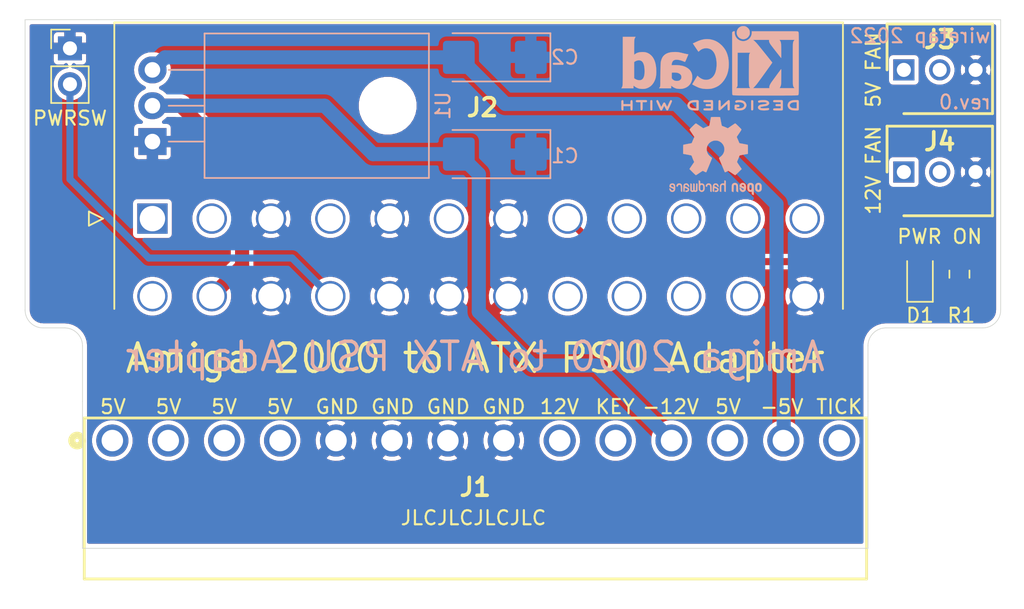
<source format=kicad_pcb>
(kicad_pcb (version 20171130) (host pcbnew "(5.1.6)-1")
  (layers (0 F.Cu signal) (1 In1.Cu power) (2 In2.Cu power) (31 B.Cu signal) (34 B.Paste user) (35 F.Paste user) (36 B.SilkS user) (37 F.SilkS user) (38 B.Mask user) (39 F.Mask user) (44 Edge.Cuts user))
  (net 0 "")
  (net 1 /GND)
  (net 2 /-12V)
  (net 3 /-5V)
  (net 4 "Net-(D1-Pad1)")
  (net 5 /PG)
  (net 6 "Net-(J1-Pad14)")
  (net 7 /5V)
  (net 8 "Net-(J1-Pad10)")
  (net 9 /12V)
  (net 10 /3.3V)
  (net 11 /5VSB)
  (net 12 /PS-ON)
  (net 13 "Net-(J2-Pad20)")
  (net 14 "Net-(J3-Pad1)")
  (net 15 "Net-(J4-Pad1)")
  (module Symbol:KiCad-Logo2_5mm_SilkScreen (layer B.Cu) (at 168.402 45.466 180)
    (fp_text reference REF** hide)
    (fp_text value KiCad-Logo2_5mm_SilkScreen hide)
  )
  (module Symbol:OSHW-Logo2_7.3x6mm_SilkScreen (layer B.Cu) (at 168.783 51.689 180)
    (fp_text reference REF** hide)
    (fp_text value OSHW-Logo2_7.3x6mm_SilkScreen hide)
  )
  (module Capacitor_Tantalum_SMD:CP_EIA-6032-28_Kemet-C_Pad2.25x2.35mm_HandSolder (layer B.Cu) (at 153.152 51.562 180)
    (fp_text reference C1 (at -4.963 -0.127) (layer B.SilkS) (effects (justify mirror)))
    (fp_text value 2.2uF)
    (pad 1 smd roundrect (at -2.55 0 180) (size 2.25 2.35) (layers B.Cu B.Paste B.Mask) (roundrect_rratio 0.111111) (net 1 /GND))
    (pad 2 smd roundrect (at 2.55 0 180) (size 2.25 2.35) (layers B.Cu B.Paste B.Mask) (roundrect_rratio 0.111111) (net 2 /-12V))
  )
  (module Capacitor_Tantalum_SMD:CP_EIA-6032-28_Kemet-C_Pad2.25x2.35mm_HandSolder (layer B.Cu) (at 153.152 44.704 180)
    (fp_text reference C2 (at -4.963 0) (layer B.SilkS) (effects (justify mirror)))
    (fp_text value 1uF)
    (pad 2 smd roundrect (at 2.55 0 180) (size 2.25 2.35) (layers B.Cu B.Paste B.Mask) (roundrect_rratio 0.111111) (net 3 /-5V))
    (pad 1 smd roundrect (at -2.55 0 180) (size 2.25 2.35) (layers B.Cu B.Paste B.Mask) (roundrect_rratio 0.111111) (net 1 /GND))
  )
  (module LED_SMD:LED_0805_2012Metric_Castellated (layer F.Cu) (at 183.261 60.1445 90)
    (fp_text reference D1 (at -2.8475 0 180) (layer F.SilkS))
    (fp_text value LED_Small_ALT)
    (pad 1 smd roundrect (at -0.9625 0 90) (size 1.325 1.3) (layers F.Cu F.Paste F.Mask) (roundrect_rratio 0.192308) (net 4 "Net-(D1-Pad1)"))
    (pad 2 smd roundrect (at 0.9625 0 90) (size 1.325 1.3) (layers F.Cu F.Paste F.Mask) (roundrect_rratio 0.192308) (net 5 /PG))
  )
  (module SamacSys_Parts:09481164 (layer F.Cu) (at 177.546 71.865001)
    (fp_text reference J1 (at -25.781 3.302) (layer F.SilkS) (effects (font (size 1.27 1.27) (thickness 0.254))))
    (fp_text value A2000 hide)
    (pad 14 thru_hole circle (at 0 0) (size 2.28 2.28) (drill 1.52) (layers *.Cu *.Mask) (net 6 "Net-(J1-Pad14)"))
    (pad 13 thru_hole circle (at -3.96 0) (size 2.28 2.28) (drill 1.52) (layers *.Cu *.Mask) (net 3 /-5V))
    (pad 12 thru_hole circle (at -7.92 0) (size 2.28 2.28) (drill 1.52) (layers *.Cu *.Mask) (net 7 /5V))
    (pad 11 thru_hole circle (at -11.88 0) (size 2.28 2.28) (drill 1.52) (layers *.Cu *.Mask) (net 2 /-12V))
    (pad 10 thru_hole circle (at -15.84 0) (size 2.28 2.28) (drill 1.52) (layers *.Cu *.Mask) (net 8 "Net-(J1-Pad10)"))
    (pad 9 thru_hole circle (at -19.8 0) (size 2.28 2.28) (drill 1.52) (layers *.Cu *.Mask) (net 9 /12V))
    (pad 3 thru_hole circle (at -43.56 0) (size 2.28 2.28) (drill 1.52) (layers *.Cu *.Mask) (net 7 /5V))
    (pad 4 thru_hole circle (at -39.6 0) (size 2.28 2.28) (drill 1.52) (layers *.Cu *.Mask) (net 7 /5V))
    (pad 8 thru_hole circle (at -23.76 0) (size 2.28 2.28) (drill 1.52) (layers *.Cu *.Mask) (net 1 /GND))
    (pad 5 thru_hole circle (at -35.64 0) (size 2.28 2.28) (drill 1.52) (layers *.Cu *.Mask) (net 1 /GND))
    (pad 7 thru_hole circle (at -27.72 0) (size 2.28 2.28) (drill 1.52) (layers *.Cu *.Mask) (net 1 /GND))
    (pad 6 thru_hole circle (at -31.68 0) (size 2.28 2.28) (drill 1.52) (layers *.Cu *.Mask) (net 1 /GND))
    (pad 2 thru_hole circle (at -47.52 0) (size 2.28 2.28) (drill 1.52) (layers *.Cu *.Mask) (net 7 /5V))
    (pad 1 thru_hole circle (at -51.48 0) (size 2.28 2.28) (drill 1.52) (layers *.Cu *.Mask) (net 7 /5V))
  )
  (module 87427-2402 (layer F.Cu) (at 128.905 56.134 180)
    (fp_text reference J2 (at -23.368 7.874) (layer F.SilkS) (effects (font (size 1.27 1.27) (thickness 0.254))))
    (fp_text value ATX hide)
    (pad 1 thru_hole rect (at 0 0 180) (size 2.15 2.15) (drill 1.8) (layers *.Cu *.Mask) (net 10 /3.3V))
    (pad 2 thru_hole circle (at -4.2 0 180) (size 2.15 2.15) (drill 1.8) (layers *.Cu *.Mask) (net 10 /3.3V))
    (pad 3 thru_hole circle (at -8.4 0 180) (size 2.15 2.15) (drill 1.8) (layers *.Cu *.Mask) (net 1 /GND))
    (pad 4 thru_hole circle (at -12.6 0 180) (size 2.15 2.15) (drill 1.8) (layers *.Cu *.Mask) (net 7 /5V))
    (pad 5 thru_hole circle (at -16.8 0 180) (size 2.15 2.15) (drill 1.8) (layers *.Cu *.Mask) (net 1 /GND))
    (pad 6 thru_hole circle (at -21 0 180) (size 2.15 2.15) (drill 1.8) (layers *.Cu *.Mask) (net 7 /5V))
    (pad 7 thru_hole circle (at -25.2 0 180) (size 2.15 2.15) (drill 1.8) (layers *.Cu *.Mask) (net 1 /GND))
    (pad 8 thru_hole circle (at -29.4 0 180) (size 2.15 2.15) (drill 1.8) (layers *.Cu *.Mask) (net 5 /PG))
    (pad 9 thru_hole circle (at -33.6 0 180) (size 2.15 2.15) (drill 1.8) (layers *.Cu *.Mask) (net 11 /5VSB))
    (pad 10 thru_hole circle (at -37.8 0 180) (size 2.15 2.15) (drill 1.8) (layers *.Cu *.Mask) (net 9 /12V))
    (pad 11 thru_hole circle (at -42 0 180) (size 2.15 2.15) (drill 1.8) (layers *.Cu *.Mask) (net 9 /12V))
    (pad 12 thru_hole circle (at -46.2 0 180) (size 2.15 2.15) (drill 1.8) (layers *.Cu *.Mask) (net 10 /3.3V))
    (pad 13 thru_hole circle (at 0 -5.5 180) (size 2.15 2.15) (drill 1.8) (layers *.Cu *.Mask) (net 10 /3.3V))
    (pad 14 thru_hole circle (at -4.2 -5.5 180) (size 2.15 2.15) (drill 1.8) (layers *.Cu *.Mask) (net 2 /-12V))
    (pad 15 thru_hole circle (at -8.4 -5.5 180) (size 2.15 2.15) (drill 1.8) (layers *.Cu *.Mask) (net 1 /GND))
    (pad 16 thru_hole circle (at -12.6 -5.5 180) (size 2.15 2.15) (drill 1.8) (layers *.Cu *.Mask) (net 12 /PS-ON))
    (pad 17 thru_hole circle (at -16.8 -5.5 180) (size 2.15 2.15) (drill 1.8) (layers *.Cu *.Mask) (net 1 /GND))
    (pad 18 thru_hole circle (at -21 -5.5 180) (size 2.15 2.15) (drill 1.8) (layers *.Cu *.Mask) (net 1 /GND))
    (pad 19 thru_hole circle (at -25.2 -5.5 180) (size 2.15 2.15) (drill 1.8) (layers *.Cu *.Mask) (net 1 /GND))
    (pad 20 thru_hole circle (at -29.4 -5.5 180) (size 2.15 2.15) (drill 1.8) (layers *.Cu *.Mask) (net 13 "Net-(J2-Pad20)"))
    (pad 21 thru_hole circle (at -33.6 -5.5 180) (size 2.15 2.15) (drill 1.8) (layers *.Cu *.Mask) (net 7 /5V))
    (pad 22 thru_hole circle (at -37.8 -5.5 180) (size 2.15 2.15) (drill 1.8) (layers *.Cu *.Mask) (net 7 /5V))
    (pad 23 thru_hole circle (at -42 -5.5 180) (size 2.15 2.15) (drill 1.8) (layers *.Cu *.Mask) (net 7 /5V))
    (pad 24 thru_hole circle (at -46.2 -5.5 180) (size 2.15 2.15) (drill 1.8) (layers *.Cu *.Mask) (net 1 /GND))
  )
  (module SHDR3W82P0X254_1X3_747X635X818P (layer F.Cu) (at 182.118 45.593)
    (fp_text reference J3 (at 2.54 -2.159) (layer F.SilkS) (effects (font (size 1.27 1.27) (thickness 0.254))))
    (fp_text value "5V Fan" hide)
    (pad 3 thru_hole circle (at 5.08 0) (size 1.5 1.5) (drill 1) (layers *.Cu *.Mask) (net 1 /GND))
    (pad 2 thru_hole circle (at 2.54 0) (size 1.5 1.5) (drill 1) (layers *.Cu *.Mask) (net 7 /5V))
    (pad 1 thru_hole rect (at 0 0) (size 1.5 1.5) (drill 1) (layers *.Cu *.Mask) (net 14 "Net-(J3-Pad1)"))
  )
  (module SHDR3W82P0X254_1X3_747X635X818P (layer F.Cu) (at 182.118 52.832)
    (fp_text reference J4 (at 2.54 -2.159) (layer F.SilkS) (effects (font (size 1.27 1.27) (thickness 0.254))))
    (fp_text value "12V Fan" hide)
    (pad 1 thru_hole rect (at 0 0) (size 1.5 1.5) (drill 1) (layers *.Cu *.Mask) (net 15 "Net-(J4-Pad1)"))
    (pad 2 thru_hole circle (at 2.54 0) (size 1.5 1.5) (drill 1) (layers *.Cu *.Mask) (net 9 /12V))
    (pad 3 thru_hole circle (at 5.08 0) (size 1.5 1.5) (drill 1) (layers *.Cu *.Mask) (net 1 /GND))
  )
  (module Connector_PinHeader_2.54mm:PinHeader_1x02_P2.54mm_Vertical (layer F.Cu) (at 123.063 44.069)
    (fp_text reference PWRSW (at 0 4.953) (layer F.SilkS))
    (fp_text value PS_ON)
    (pad 1 thru_hole rect (at 0 0) (size 1.7 1.7) (drill 1) (layers *.Cu *.Mask) (net 1 /GND))
    (pad 2 thru_hole oval (at 0 2.54) (size 1.7 1.7) (drill 1) (layers *.Cu *.Mask) (net 12 /PS-ON))
  )
  (module Resistor_SMD:R_0805_2012Metric_Pad1.15x1.40mm_HandSolder (layer F.Cu) (at 186.055 60.071 270)
    (fp_text reference R1 (at 2.921 -0.127 180) (layer F.SilkS))
    (fp_text value 1k)
    (pad 1 smd roundrect (at -1.025 0 270) (size 1.15 1.4) (layers F.Cu F.Paste F.Mask) (roundrect_rratio 0.217391) (net 1 /GND))
    (pad 2 smd roundrect (at 1.025 0 270) (size 1.15 1.4) (layers F.Cu F.Paste F.Mask) (roundrect_rratio 0.217391) (net 4 "Net-(D1-Pad1)"))
  )
  (module Package_TO_SOT_THT:TO-220-3_Horizontal_TabDown (layer B.Cu) (at 128.905 50.673 90)
    (fp_text reference U1 (at 2.54 20.58 -90) (layer B.SilkS) (effects (justify mirror)))
    (fp_text value L7905)
    (pad "" np_thru_hole oval (at 2.54 16.66 90) (size 3.5 3.5) (drill 3.5) (layers *.Cu *.Mask))
    (pad 1 thru_hole rect (at 0 0 90) (size 1.905 2) (drill 1.1) (layers *.Cu *.Mask) (net 1 /GND))
    (pad 2 thru_hole oval (at 2.54 0 90) (size 1.905 2) (drill 1.1) (layers *.Cu *.Mask) (net 2 /-12V))
    (pad 3 thru_hole oval (at 5.08 0 90) (size 1.905 2) (drill 1.1) (layers *.Cu *.Mask) (net 3 /-5V))
  )
  (gr_text rev.0 (at 186.436 47.879) (layer B.SilkS) (effects (font (size 1 1)) (justify mirror)))
  (gr_text "wiretap 2022" (at 183.261 43.18) (layer B.SilkS) (effects (font (size 1 1)) (justify mirror)))
  (gr_text "Amiga 2000 to ATX PSU Adapter" (at 151.765 65.913) (layer B.SilkS) (effects (font (size 2 2) (thickness 0.25)) (justify mirror)))
  (gr_text "Amiga 2000 to ATX PSU Adapter" (at 151.765 66.04) (layer F.SilkS) (effects (font (size 2 2) (thickness 0.25))))
  (gr_text "5V FAN" (at 179.959 45.593 90) (layer F.SilkS) (effects (font (size 1 1))))
  (gr_text "12V FAN" (at 179.959 52.705 90) (layer F.SilkS) (effects (font (size 1 1))))
  (gr_text "PWR ON" (at 184.658 57.404) (layer F.SilkS) (effects (font (size 1 1))))
  (gr_arc (start 187.706 62.611) (end 187.706 63.881) (angle -90) (layer Edge.Cuts) (width 0.05))
  (gr_arc (start 121.158 62.611) (end 119.888 62.611) (angle -90) (layer Edge.Cuts) (width 0.05))
  (gr_line (start 119.888 42.037) (end 124.968 42.037) (layer Edge.Cuts) (width 0.05))
  (gr_line (start 119.888 62.611) (end 119.888 42.037) (layer Edge.Cuts) (width 0.05))
  (gr_line (start 122.682 63.881) (end 121.158 63.881) (layer Edge.Cuts) (width 0.05))
  (gr_line (start 188.976 42.037) (end 124.968 42.037) (layer Edge.Cuts) (width 0.05))
  (gr_line (start 188.976 62.611) (end 188.976 42.037) (layer Edge.Cuts) (width 0.05))
  (gr_line (start 180.848 63.881) (end 187.706 63.881) (layer Edge.Cuts) (width 0.05))
  (gr_line (start 179.578 69.088) (end 179.578 65.151) (layer Edge.Cuts) (width 0.05))
  (gr_line (start 123.952 65.151) (end 123.952 69.088) (layer Edge.Cuts) (width 0.05))
  (gr_arc (start 122.682 65.151) (end 123.952 65.151) (angle -90) (layer Edge.Cuts) (width 0.05))
  (gr_arc (start 180.848 65.151) (end 180.848 63.881) (angle -90) (layer Edge.Cuts) (width 0.05))
  (gr_text TICK (at 177.546 69.469) (layer F.SilkS) (effects (font (size 1 1))))
  (gr_text -5V (at 173.482 69.469) (layer F.SilkS) (effects (font (size 1 1))))
  (gr_text 5V (at 169.672 69.469) (layer F.SilkS) (effects (font (size 1 1))))
  (gr_text -12V (at 165.608 69.469) (layer F.SilkS) (effects (font (size 1 1))))
  (gr_text KEY (at 161.671 69.469) (layer F.SilkS) (effects (font (size 1 1))))
  (gr_text 12V (at 157.734 69.469) (layer F.SilkS) (effects (font (size 1 1))))
  (gr_text GND (at 153.797 69.469) (layer F.SilkS) (effects (font (size 1 1))))
  (gr_text GND (at 149.86 69.469) (layer F.SilkS) (effects (font (size 1 1))))
  (gr_text GND (at 145.923 69.469) (layer F.SilkS) (effects (font (size 1 1))))
  (gr_text GND (at 141.986 69.469) (layer F.SilkS) (effects (font (size 1 1))))
  (gr_text 5V (at 137.922 69.469) (layer F.SilkS) (effects (font (size 1 1))))
  (gr_text 5V (at 133.985 69.469) (layer F.SilkS) (effects (font (size 1 1))))
  (gr_text 5V (at 130.048 69.469) (layer F.SilkS) (effects (font (size 1 1))))
  (gr_text 5V (at 126.111 69.469) (layer F.SilkS) (effects (font (size 1 1))))
  (gr_line (start 123.952 79.502) (end 123.952 69.088) (layer Edge.Cuts) (width 0.05))
  (gr_line (start 179.578 79.502) (end 179.578 69.088) (layer Edge.Cuts) (width 0.05))
  (gr_line (start 123.952 79.502) (end 179.578 79.502) (layer Edge.Cuts) (width 0.05))
  (gr_text JLCJLCJLCJLC (at 151.638 77.343) (layer F.SilkS) (effects (font (size 1 1))))
  (segment (start 130.905 48.133) (end 135.255 52.483) (width 1) (layer F.Cu) (net 2))
  (segment (start 128.905 48.133) (end 130.905 48.133) (width 1) (layer F.Cu) (net 2))
  (segment (start 135.255 59.484) (end 133.105 61.634) (width 1) (layer F.Cu) (net 2))
  (segment (start 135.255 52.483) (end 135.255 59.484) (width 1) (layer F.Cu) (net 2))
  (segment (start 141.097 48.133) (end 128.905 48.133) (width 1) (layer B.Cu) (net 2))
  (segment (start 150.602 51.562) (end 144.526 51.562) (width 1) (layer B.Cu) (net 2))
  (segment (start 144.526 51.562) (end 141.097 48.133) (width 1) (layer B.Cu) (net 2))
  (segment (start 160.348999 66.548) (end 165.666 71.865001) (width 1) (layer B.Cu) (net 2))
  (segment (start 152.019 62.738) (end 155.829 66.548) (width 1) (layer B.Cu) (net 2))
  (segment (start 150.602 51.562) (end 152.019 52.979) (width 1) (layer B.Cu) (net 2))
  (segment (start 155.829 66.548) (end 160.348999 66.548) (width 1) (layer B.Cu) (net 2))
  (segment (start 152.019 52.979) (end 152.019 62.738) (width 1) (layer B.Cu) (net 2))
  (segment (start 129.794 44.704) (end 128.905 45.593) (width 1) (layer B.Cu) (net 3))
  (segment (start 150.602 44.704) (end 129.794 44.704) (width 1) (layer B.Cu) (net 3))
  (segment (start 173.609 71.842001) (end 173.586 71.865001) (width 1) (layer B.Cu) (net 3))
  (segment (start 173.609 66.548) (end 173.609 71.842001) (width 1) (layer B.Cu) (net 3))
  (segment (start 153.904 48.006) (end 165.989 48.006) (width 1) (layer B.Cu) (net 3))
  (segment (start 150.602 44.704) (end 153.904 48.006) (width 1) (layer B.Cu) (net 3))
  (segment (start 173.101 66.04) (end 173.609 66.548) (width 1) (layer B.Cu) (net 3))
  (segment (start 165.989 48.006) (end 173.101 55.118) (width 1) (layer B.Cu) (net 3))
  (segment (start 173.101 55.118) (end 173.101 66.04) (width 1) (layer B.Cu) (net 3))
  (segment (start 186.044 61.107) (end 186.055 61.096) (width 0.5) (layer F.Cu) (net 4))
  (segment (start 183.261 61.107) (end 186.044 61.107) (width 0.5) (layer F.Cu) (net 4))
  (segment (start 183.261 59.182) (end 181.483 59.182) (width 0.5) (layer F.Cu) (net 5))
  (segment (start 161.353 59.182) (end 181.483 59.182) (width 0.5) (layer F.Cu) (net 5))
  (segment (start 158.305 56.134) (end 161.353 59.182) (width 0.5) (layer F.Cu) (net 5))
  (segment (start 138.799 58.928) (end 141.505 61.634) (width 0.5) (layer B.Cu) (net 12))
  (segment (start 123.063 46.609) (end 123.063 53.34) (width 0.5) (layer B.Cu) (net 12))
  (segment (start 128.651 58.928) (end 138.799 58.928) (width 0.5) (layer B.Cu) (net 12))
  (segment (start 123.063 53.34) (end 128.651 58.928) (width 0.5) (layer B.Cu) (net 12))
  (zone (net 1) (net_name /GND) (layer F.Cu) (connect_pads (clearance 0.3)) (min_thickness 0.254) (fill yes (arc_segments 32) (thermal_gap 0.3) (thermal_bridge_width 0.8))
    (polygon (pts (xy 190.5 83.82) (xy 118.11 83.82) (xy 118.11 40.64) (xy 190.5 40.64)))
  )
  (zone (net 1) (net_name /GND) (layer B.Cu) (connect_pads (clearance 0.3)) (min_thickness 0.254) (fill yes (arc_segments 32) (thermal_gap 0.3) (thermal_bridge_width 0.8))
    (polygon (pts (xy 190.627 83.82) (xy 118.11 83.82) (xy 118.11 40.64) (xy 190.5 40.64)))
  )
)
</source>
